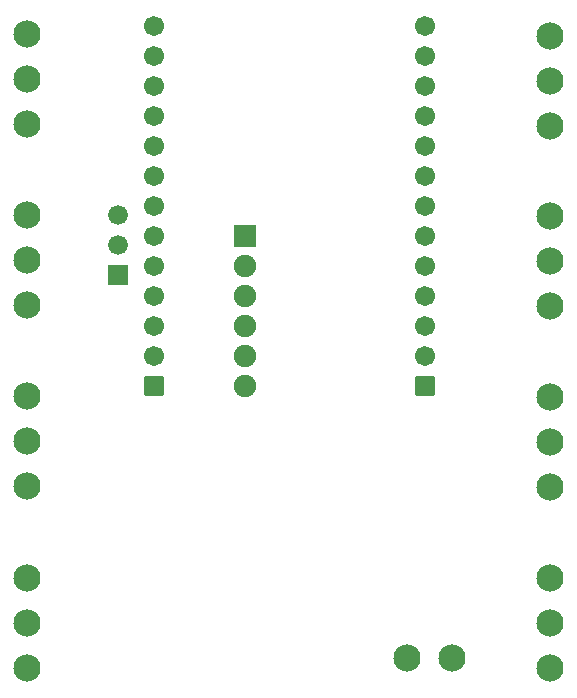
<source format=gbs>
G04 Layer: BottomSolderMaskLayer*
G04 EasyEDA v6.5.38, 2023-11-28 08:19:45*
G04 5b7e501a1e2443daa6a4fc3441366d2c,52c161dc85b4440087471843f8ea1cfe,10*
G04 Gerber Generator version 0.2*
G04 Scale: 100 percent, Rotated: No, Reflected: No *
G04 Dimensions in millimeters *
G04 leading zeros omitted , absolute positions ,4 integer and 5 decimal *
%FSLAX45Y45*%
%MOMM*%

%AMMACRO1*1,1,$1,$2,$3*1,1,$1,$4,$5*1,1,$1,0-$2,0-$3*1,1,$1,0-$4,0-$5*20,1,$1,$2,$3,$4,$5,0*20,1,$1,$4,$5,0-$2,0-$3,0*20,1,$1,0-$2,0-$3,0-$4,0-$5,0*20,1,$1,0-$4,0-$5,$2,$3,0*4,1,4,$2,$3,$4,$5,0-$2,0-$3,0-$4,0-$5,$2,$3,0*%
%ADD10MACRO1,0.1016X0.8X-0.8X0.8X0.8*%
%ADD11C,1.7016*%
%ADD12C,1.6764*%
%ADD13R,1.6764X1.6764*%
%ADD14C,2.3016*%
%ADD15C,1.9016*%
%ADD16MACRO1,0.1016X0.9X0.9X0.9X-0.9*%

%LPD*%
D10*
G01*
X10599978Y10745975D03*
D11*
G01*
X10599978Y10999978D03*
G01*
X10599978Y11253978D03*
G01*
X10599978Y11507978D03*
G01*
X10599978Y11761978D03*
G01*
X10599978Y12015978D03*
G01*
X10599978Y12269978D03*
G01*
X10599978Y12523978D03*
G01*
X10599978Y12777978D03*
G01*
X10599978Y13031978D03*
G01*
X10599978Y13285978D03*
G01*
X10599978Y13539978D03*
G01*
X10599978Y13793978D03*
D10*
G01*
X8299983Y10745975D03*
D11*
G01*
X8299983Y10999978D03*
G01*
X8299983Y11253978D03*
G01*
X8299983Y11507978D03*
G01*
X8299983Y11761978D03*
G01*
X8299983Y12015978D03*
G01*
X8299983Y12269978D03*
G01*
X8299983Y12523978D03*
G01*
X8299983Y12777978D03*
G01*
X8299983Y13031978D03*
G01*
X8299983Y13285978D03*
G01*
X8299983Y13539978D03*
G01*
X8299983Y13793978D03*
D12*
G01*
X7994980Y12193981D03*
G01*
X7994980Y11939981D03*
D13*
G01*
X7994980Y11685981D03*
D14*
G01*
X7229983Y13730960D03*
G01*
X7229983Y13349960D03*
G01*
X7229983Y12968960D03*
G01*
X7229983Y12195962D03*
G01*
X7229983Y11814962D03*
G01*
X7229983Y11433962D03*
G01*
X7229983Y10660964D03*
G01*
X7229983Y10279964D03*
G01*
X7229983Y9898964D03*
G01*
X7229983Y9125991D03*
G01*
X7229983Y8744991D03*
G01*
X7229983Y8363991D03*
G01*
X11654967Y8363991D03*
G01*
X11654967Y8744991D03*
G01*
X11654967Y9125991D03*
G01*
X11654967Y9893985D03*
G01*
X11654967Y10274985D03*
G01*
X11654967Y10655985D03*
G01*
X11654993Y11423980D03*
G01*
X11654993Y11804980D03*
G01*
X11654993Y12185980D03*
G01*
X11654967Y12953974D03*
G01*
X11654967Y13334974D03*
G01*
X11654967Y13715974D03*
G01*
X10444479Y8444992D03*
G01*
X10825479Y8444992D03*
D15*
G01*
X9074988Y10749991D03*
G01*
X9074988Y11003991D03*
G01*
X9074988Y11257991D03*
G01*
X9074988Y11511991D03*
G01*
X9074988Y11765991D03*
D16*
G01*
X9074985Y12019973D03*
M02*

</source>
